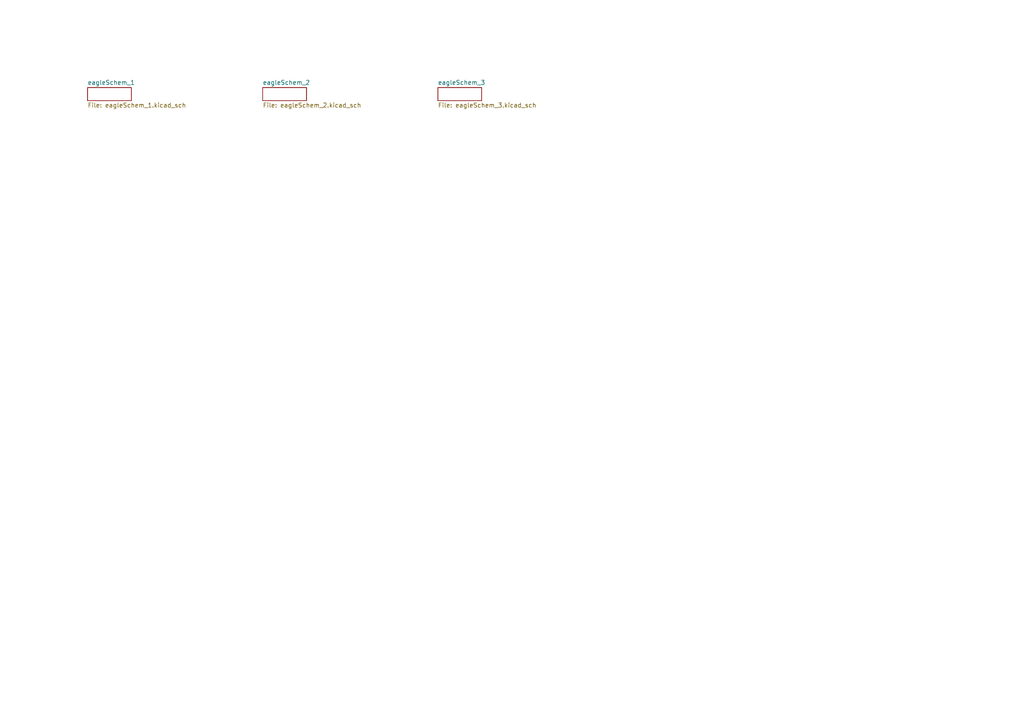
<source format=kicad_sch>
(kicad_sch (version 20211123) (generator eeschema)
  (paper "A4")
  (lib_symbols)
  (sheet (at 127 25.4) (size 12.7 3.81)
    (property "Sheet name" "eagleSchem_3" (at 127 24.6884 0) (effects (justify left bottom)))
    (property "Sheet file" "eagleSchem_3.kicad_sch" (at 127 29.7946 0) (effects (justify left top)))
  )
  (sheet (at 76.2 25.4) (size 12.7 3.81)
    (property "Sheet name" "eagleSchem_2" (at 76.2 24.6884 0) (effects (justify left bottom)))
    (property "Sheet file" "eagleSchem_2.kicad_sch" (at 76.2 29.7946 0) (effects (justify left top)))
  )
  (sheet (at 25.4 25.4) (size 12.7 3.81)
    (property "Sheet name" "eagleSchem_1" (at 25.4 24.6884 0) (effects (justify left bottom)))
    (property "Sheet file" "eagleSchem_1.kicad_sch" (at 25.4 29.7946 0) (effects (justify left top)))
  )
)
</source>
